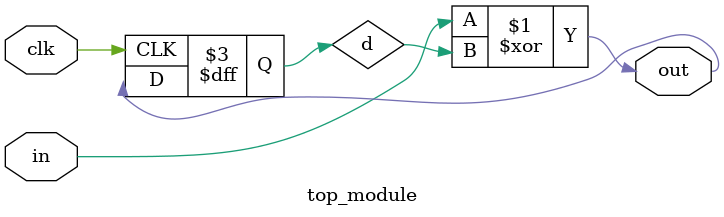
<source format=sv>
module top_module (
	input clk,
	input in,
	output logic out
);

reg d;

// Implementing the XOR gate
assign out = in ^ d;

// Implementing the D flip-flop
always @(posedge clk)
	d <= out;

endmodule

</source>
